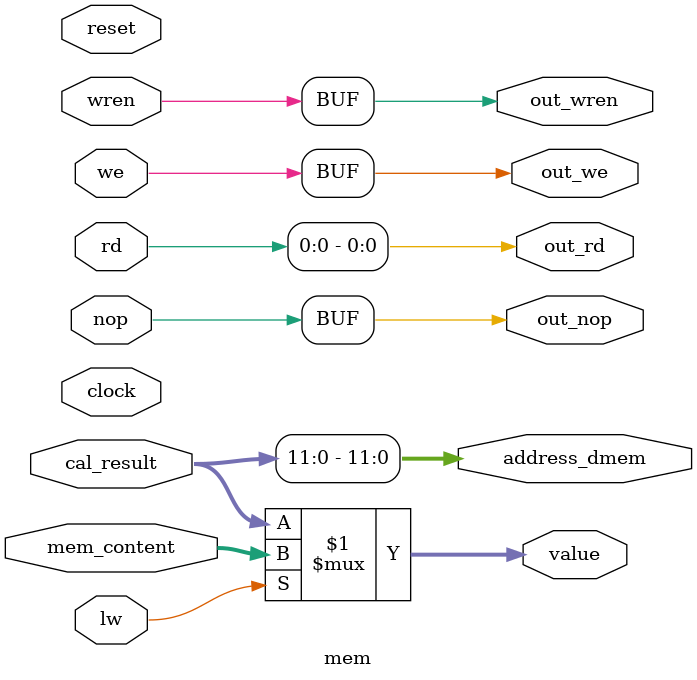
<source format=v>
module mem(


//read or write from dmem


clock, reset,

//pc, 

nop,


mem_content,

//opcode,


cal_result,   //for lw & sw cal_result is N+rs


rd,

we, wren,



address_dmem,

//data,

out_wren,

out_nop,
out_rd,
out_we,

value,

lw


);


output [31:0] value;

input lw;

input clock, reset;

//input [11:0] pc;

input nop;



input [4:0] rd;


input[31:0] cal_result, mem_content;
input we, wren;





output [11:0] address_dmem;

//output [31:0] data;

output out_wren;

output out_nop;  assign out_nop = nop;

output out_rd; assign out_rd = rd;

output out_we; assign out_we = we;





assign address_dmem = cal_result[11:0];


// sw 00111(we) &  lw 01000


//assign wren = (opcode == 5'b00111)? 1'b1: 1'b0;

assign out_wren = wren;


//assign data = mem_content;








//change input before about lw
//if lw? 
assign value = lw? mem_content: cal_result;



endmodule



</source>
